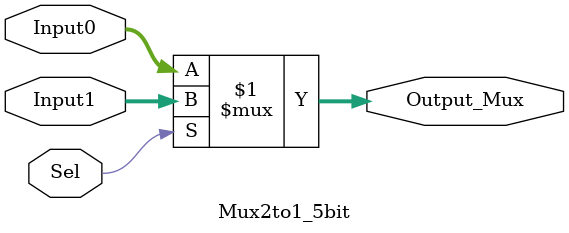
<source format=v>
`timescale 1ns / 1ps
module Mux2to1_5bit(
    input [4:0] Input0,
    input [4:0] Input1,
    input Sel,
    output [4:0] Output_Mux
    );

assign Output_Mux = Sel ? Input1 : Input0;

endmodule

</source>
